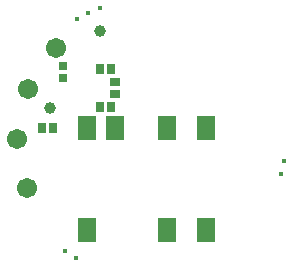
<source format=gbs>
G04*
G04 #@! TF.GenerationSoftware,Altium Limited,Altium Designer,19.1.5 (86)*
G04*
G04 Layer_Color=16711935*
%FSAX25Y25*%
%MOIN*%
G70*
G01*
G75*
%ADD18C,0.01784*%
%ADD19C,0.03950*%
%ADD20C,0.06706*%
%ADD35R,0.03162X0.02769*%
%ADD36R,0.03162X0.03320*%
%ADD37R,0.03241X0.03044*%
%ADD38R,0.03044X0.03241*%
%ADD39R,0.05918X0.07887*%
D18*
X0198315Y0152520D02*
D03*
X0197252Y0148150D02*
D03*
X0136728Y0203413D02*
D03*
X0132902Y0201760D02*
D03*
X0129051Y0199752D02*
D03*
X0128736Y0120236D02*
D03*
X0125087Y0122598D02*
D03*
D19*
X0136818Y0195945D02*
D03*
X0120205Y0170118D02*
D03*
D20*
X0122173Y0190315D02*
D03*
X0112685Y0176440D02*
D03*
X0109181Y0160000D02*
D03*
X0112554Y0143386D02*
D03*
D35*
X0124417Y0180118D02*
D03*
Y0184055D02*
D03*
D36*
X0140441Y0170630D02*
D03*
X0136661D02*
D03*
X0140441Y0183110D02*
D03*
X0136661D02*
D03*
D37*
X0141937Y0178740D02*
D03*
Y0175039D02*
D03*
D38*
X0117528Y0163425D02*
D03*
X0121228D02*
D03*
D39*
X0132488Y0163425D02*
D03*
X0141937D02*
D03*
X0159260D02*
D03*
X0172252D02*
D03*
X0132488Y0129567D02*
D03*
X0172252D02*
D03*
X0159260D02*
D03*
M02*

</source>
